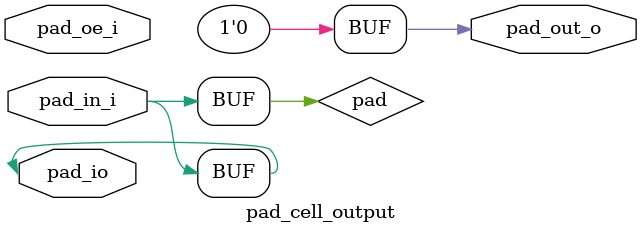
<source format=sv>

/* verilator lint_off UNUSED */
module pad_cell_output #(
    parameter PADATTR = 16
) (
    input logic pad_in_i,
    input logic pad_oe_i,
    output logic pad_out_o,
    inout logic pad_io
);

  logic pad;

  assign pad_out_o = 1'b0;
  assign pad_io = pad;
  assign pad = pad_in_i;

endmodule

</source>
